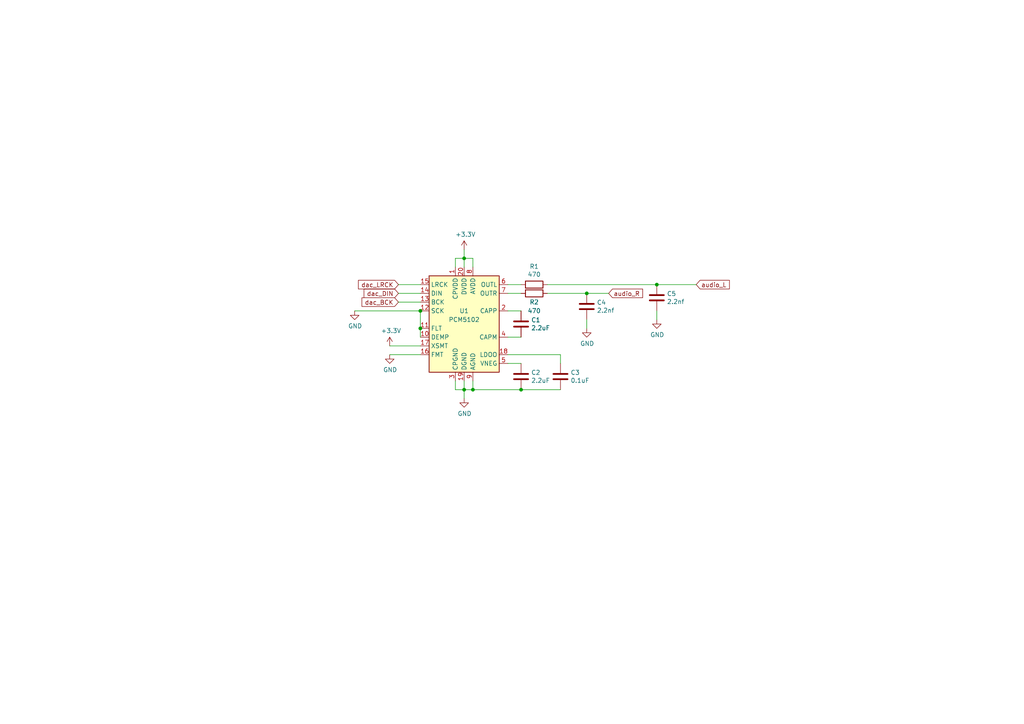
<source format=kicad_sch>
(kicad_sch (version 20230121) (generator eeschema)
  (paper "A4")
  (lib_symbols
    (symbol "Audio:PCM5102"
      (property "Reference" "U" (at -10.16 13.97 0))
      (property "Value" "PCM5102" (at 3.81 13.97 0))
      (symbol "PCM5102_0_1"
        (rectangle (start -10.16 12.7) (end 10.16 -15.24) (stroke (width 0.254)) (fill (type background)))
      )
      (symbol "PCM5102_1_1"
        (pin passive line (at -2.54 15.24 270) (length 2.54) (name "CPVDD") (number "1"))
        (pin input line (at -12.7 -5.08 0) (length 2.54) (name "DEMP") (number "10"))
        (pin input line (at -12.7 -2.54 0) (length 2.54) (name "FLT") (number "11"))
        (pin input line (at -12.7 2.54 0) (length 2.54) (name "SCK") (number "12"))
        (pin input line (at -12.7 5.08 0) (length 2.54) (name "BCK") (number "13"))
        (pin input line (at -12.7 7.62 0) (length 2.54) (name "DIN") (number "14"))
        (pin input line (at -12.7 10.16 0) (length 2.54) (name "LRCK") (number "15"))
        (pin input line (at -12.7 -10.16 0) (length 2.54) (name "FMT") (number "16"))
        (pin input line (at -12.7 -7.62 0) (length 2.54) (name "XSMT") (number "17"))
        (pin passive line (at 12.7 -10.16 180) (length 2.54) (name "LDOO") (number "18"))
        (pin power_in line (at 0 -17.78 90) (length 2.54) (name "DGND") (number "19"))
        (pin passive line (at 12.7 2.54 180) (length 2.54) (name "CAPP") (number "2"))
        (pin power_in line (at 0 15.24 270) (length 2.54) (name "DVDD") (number "20"))
        (pin power_in line (at -2.54 -17.78 90) (length 2.54) (name "CPGND") (number "3"))
        (pin passive line (at 12.7 -5.08 180) (length 2.54) (name "CAPM") (number "4"))
        (pin passive line (at 12.7 -12.7 180) (length 2.54) (name "VNEG") (number "5"))
        (pin output line (at 12.7 10.16 180) (length 2.54) (name "OUTL") (number "6"))
        (pin output line (at 12.7 7.62 180) (length 2.54) (name "OUTR") (number "7"))
        (pin power_in line (at 2.54 15.24 270) (length 2.54) (name "AVDD") (number "8"))
        (pin power_in line (at 2.54 -17.78 90) (length 2.54) (name "AGND") (number "9"))
      )
    )
    (symbol "Device:C" (pin_numbers hide) (pin_names (offset 0.254))
      (property "Reference" "C" (at 0.635 2.54 0))
      (property "Value" "C" (at 0.635 -2.54 0))
      (symbol "C_0_1"
        (polyline (pts (xy -2.032 -0.762) (xy 2.032 -0.762)) (stroke (width 0.508)))
        (polyline (pts (xy -2.032 0.762) (xy 2.032 0.762)) (stroke (width 0.508)))
      )
      (symbol "C_1_1"
        (pin passive line (at 0 3.81 270) (length 2.794) (name "~") (number "1"))
        (pin passive line (at 0 -3.81 90) (length 2.794) (name "~") (number "2"))
      )
    )
    (symbol "Device:R" (pin_numbers hide) (pin_names (offset 0))
      (property "Reference" "R" (at 2.032 0 90))
      (property "Value" "R" (at 0 0 90))
      (symbol "R_0_1"
        (rectangle (start -1.016 -2.54) (end 1.016 2.54) (stroke (width 0.254)))
      )
      (symbol "R_1_1"
        (pin passive line (at 0 3.81 270) (length 1.27) (name "~") (number "1"))
        (pin passive line (at 0 -3.81 90) (length 1.27) (name "~") (number "2"))
      )
    )
    (symbol "power:+3.3V" (power) (pin_names (offset 0))
      (property "Value" "+3.3V" (at 0 3.556 0))
      (symbol "+3.3V_0_1"
        (polyline (pts (xy -0.762 1.27) (xy 0 2.54)))
        (polyline (pts (xy 0 0) (xy 0 2.54)))
        (polyline (pts (xy 0 2.54) (xy 0.762 1.27)))
      )
      (symbol "+3.3V_1_1"
        (pin power_in line (at 0 0 90) (length 0) hide (name "+3.3V") (number "1"))
      )
    )
    (symbol "power:GND" (power) (pin_names (offset 0))
      (property "Value" "GND" (at 0 -3.81 0))
      (symbol "GND_0_1"
        (polyline (pts (xy 0 0) (xy 0 -1.27) (xy 1.27 -1.27) (xy 0 -2.54) (xy -1.27 -1.27) (xy 0 -1.27)))
      )
      (symbol "GND_1_1"
        (pin power_in line (at 0 0 270) (length 0) hide (name "GND") (number "1"))
      )
    )
  )
  (junction (at 137.16 113.03))
  (junction (at 121.92 95.25))
  (junction (at 121.92 90.17))
  (junction (at 170.18 85.09))
  (junction (at 190.5 82.55))
  (junction (at 151.13 113.03))
  (junction (at 134.62 113.03))
  (junction (at 134.62 74.93))
  (wire (pts (xy 137.16 74.93) (xy 134.62 74.93)))
  (wire (pts (xy 170.18 85.09) (xy 158.75 85.09)))
  (wire (pts (xy 134.62 113.03) (xy 134.62 115.57)))
  (wire (pts (xy 137.16 113.03) (xy 134.62 113.03)))
  (wire (pts (xy 113.03 102.87) (xy 121.92 102.87)))
  (wire (pts (xy 113.03 100.33) (xy 121.92 100.33)))
  (wire (pts (xy 170.18 92.71) (xy 170.18 95.25)))
  (wire (pts (xy 134.62 113.03) (xy 132.08 113.03)))
  (wire (pts (xy 190.5 90.17) (xy 190.5 92.71)))
  (wire (pts (xy 162.56 113.03) (xy 151.13 113.03)))
  (wire (pts (xy 151.13 82.55) (xy 147.32 82.55)))
  (wire (pts (xy 158.75 82.55) (xy 190.5 82.55)))
  (wire (pts (xy 151.13 97.79) (xy 147.32 97.79)))
  (wire (pts (xy 147.32 105.41) (xy 151.13 105.41)))
  (wire (pts (xy 132.08 77.47) (xy 132.08 74.93)))
  (wire (pts (xy 137.16 110.49) (xy 137.16 113.03)))
  (wire (pts (xy 134.62 72.39) (xy 134.62 74.93)))
  (wire (pts (xy 151.13 113.03) (xy 137.16 113.03)))
  (wire (pts (xy 134.62 74.93) (xy 132.08 74.93)))
  (wire (pts (xy 151.13 90.17) (xy 147.32 90.17)))
  (wire (pts (xy 115.57 82.55) (xy 121.92 82.55)))
  (wire (pts (xy 121.92 95.25) (xy 121.92 90.17)))
  (wire (pts (xy 137.16 77.47) (xy 137.16 74.93)))
  (wire (pts (xy 121.92 87.63) (xy 115.57 87.63)))
  (wire (pts (xy 176.53 85.09) (xy 170.18 85.09)))
  (wire (pts (xy 134.62 74.93) (xy 134.62 77.47)))
  (wire (pts (xy 132.08 110.49) (xy 132.08 113.03)))
  (wire (pts (xy 190.5 82.55) (xy 201.93 82.55)))
  (wire (pts (xy 134.62 110.49) (xy 134.62 113.03)))
  (wire (pts (xy 121.92 97.79) (xy 121.92 95.25)))
  (wire (pts (xy 147.32 85.09) (xy 151.13 85.09)))
  (wire (pts (xy 162.56 102.87) (xy 162.56 105.41)))
  (wire (pts (xy 147.32 102.87) (xy 162.56 102.87)))
  (wire (pts (xy 102.87 90.17) (xy 121.92 90.17)))
  (wire (pts (xy 121.92 85.09) (xy 115.57 85.09)))
  (global_label "dac_DIN" (shape input) (at 115.57 85.09 180) (property "Intersheetrefs" "${INTERSHEET_REFS}" (effects hide)))
  (global_label "audio_R" (shape input) (at 176.53 85.09 0) (property "Intersheetrefs" "${INTERSHEET_REFS}" (effects hide)))
  (global_label "audio_L" (shape input) (at 201.93 82.55 0) (property "Intersheetrefs" "${INTERSHEET_REFS}" (effects hide)))
  (global_label "dac_BCK" (shape input) (at 115.57 87.63 180) (property "Intersheetrefs" "${INTERSHEET_REFS}" (effects hide)))
  (global_label "dac_LRCK" (shape input) (at 115.57 82.55 180) (property "Intersheetrefs" "${INTERSHEET_REFS}" (effects hide)))
  (symbol (lib_id "Device:C") (at 162.56 109.22 0) (unit 1)
    (property "Reference" "C3" (at 165.481 108.0516 0) (effects (justify left)))
    (property "Value" "0.1uF" (at 165.481 110.363 0) (effects (justify left)))
    (property "Footprint" "Capacitor_SMD:C_0402_1005Metric" (effects hide))
  )
  (symbol (lib_id "Device:C") (at 151.13 109.22 0) (unit 1)
    (property "Reference" "C2" (at 154.051 108.0516 0) (effects (justify left)))
    (property "Value" "2.2uF" (at 154.051 110.363 0) (effects (justify left)))
    (property "Footprint" "Capacitor_SMD:C_0402_1005Metric" (effects hide))
  )
  (symbol (lib_id "Device:R") (at 154.94 85.09 90) (unit 1)
    (property "Reference" "R2" (at 154.94 87.63 90))
    (property "Value" "470" (at 154.94 90.17 90))
    (property "Footprint" "Resistor_SMD:R_0402_1005Metric" (effects hide))
  )
  (symbol (lib_id "power:GND") (at 102.87 90.17 0) (unit 1)
    (property "Reference" "#PWR01" (effects hide))
    (property "Value" "GND" (at 102.997 94.5642 0))
  )
  (symbol (lib_id "power:+3.3V") (at 134.62 72.39 0) (unit 1)
    (property "Reference" "#PWR04" (effects hide))
    (property "Value" "+3.3V" (at 135.001 67.9958 0))
  )
  (symbol (lib_id "power:+3.3V") (at 113.03 100.33 0) (unit 1)
    (property "Reference" "#PWR02" (effects hide))
    (property "Value" "+3.3V" (at 113.411 95.9358 0))
  )
  (symbol (lib_id "Device:C") (at 170.18 88.9 0) (unit 1)
    (property "Reference" "C4" (at 173.101 87.7316 0) (effects (justify left)))
    (property "Value" "2.2nf" (at 173.101 90.043 0) (effects (justify left)))
    (property "Footprint" "Capacitor_SMD:C_0402_1005Metric" (effects hide))
  )
  (symbol (lib_id "power:GND") (at 170.18 95.25 0) (unit 1)
    (property "Reference" "#PWR06" (effects hide))
    (property "Value" "GND" (at 170.307 99.6442 0))
  )
  (symbol (lib_id "power:GND") (at 190.5 92.71 0) (unit 1)
    (property "Reference" "#PWR07" (effects hide))
    (property "Value" "GND" (at 190.627 97.1042 0))
  )
  (symbol (lib_id "power:GND") (at 134.62 115.57 0) (unit 1)
    (property "Reference" "#PWR05" (effects hide))
    (property "Value" "GND" (at 134.747 119.9642 0))
  )
  (symbol (lib_id "Device:R") (at 154.94 82.55 270) (unit 1)
    (property "Reference" "R1" (at 154.94 77.2922 90))
    (property "Value" "470" (at 154.94 79.6036 90))
    (property "Footprint" "Resistor_SMD:R_0402_1005Metric" (effects hide))
  )
  (symbol (lib_id "power:GND") (at 113.03 102.87 0) (unit 1)
    (property "Reference" "#PWR03" (effects hide))
    (property "Value" "GND" (at 113.157 107.2642 0))
  )
  (symbol (lib_id "Device:C") (at 151.13 93.98 0) (unit 1)
    (property "Reference" "C1" (at 154.051 92.8116 0) (effects (justify left)))
    (property "Value" "2.2uF" (at 154.051 95.123 0) (effects (justify left)))
    (property "Footprint" "Capacitor_SMD:C_0402_1005Metric" (effects hide))
  )
  (symbol (lib_id "Audio:PCM5102") (at 134.62 92.71 0) (unit 1)
    (property "Reference" "U1" (at 134.62 90.17 0))
    (property "Value" "PCM5102" (at 134.62 92.71 0))
    (property "Footprint" "Package_SO:TSSOP-20_4.4x6.5mm_P0.65mm" (effects hide))
    (property "Datasheet" "http://www.ti.com/lit/ds/symlink/pcm5102.pdf" (effects hide))
    (property "LCSC" "C131154" (effects hide))
  )
  (symbol (lib_id "Device:C") (at 190.5 86.36 0) (unit 1)
    (property "Reference" "C5" (at 193.421 85.1916 0) (effects (justify left)))
    (property "Value" "2.2nf" (at 193.421 87.503 0) (effects (justify left)))
    (property "Footprint" "Capacitor_SMD:C_0402_1005Metric" (effects hide))
  )
)
</source>
